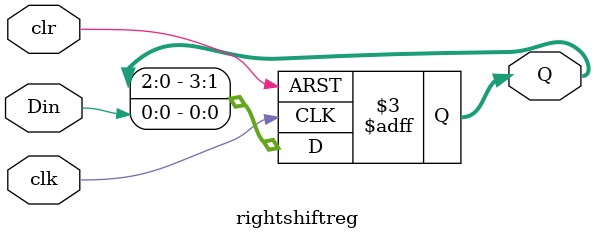
<source format=v>
module rightshiftreg (
    input wire clk, 
    input wire clr,
    input wire Din, 
    output reg [3:0] Q
);

/* 4 bit right shift register */
always @(posedge clk or posedge clr) begin
    if (clr == 1)
        Q <= 0;
    else begin
        Q[0] <= Din;
        Q[3:1] <= Q[2:0];
    end
end
    
endmodule

</source>
